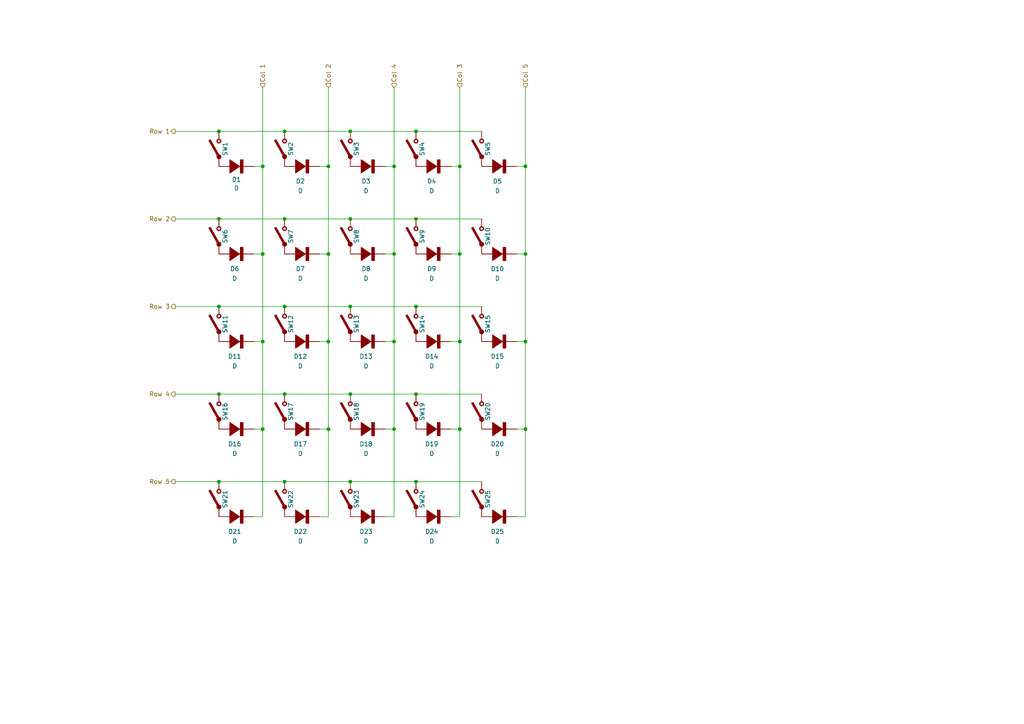
<source format=kicad_sch>
(kicad_sch (version 20250114) (generator "eeschema") (generator_version "9.0")
  (paper "A4")
  (lib_symbols
    (symbol "Custom:MX_Keyswitch" (pin_numbers (hide yes)) (pin_names (hide yes))
      (property "Reference" "SW" (at 1.778 0 90))
      (symbol "MX_Keyswitch_1_1"
        (polyline (pts (xy -2.8956 2.413) (xy -0.381 -2.0574) (xy 0.0254 -1.8288) (xy -2.4892 2.6416) (xy -2.8956 2.413)) (stroke (width 0.254)) (fill (type outline)))
        (circle (center 0 2.2606) (radius 0.5334) (stroke (width 0.3556)))
        (circle (center 0 -2.2606) (radius 0.5334) (stroke (width 0.3556)) (fill (type outline)))
        (pin passive line (at 0 5.08 270) (length 2.2352) (name "") (number "1"))
        (pin passive line (at 0 -5.08 90) (length 2.2352) (name "") (number "2"))
      )
    )
    (symbol "PCM_Elektuur:D" (pin_numbers (hide yes)) (pin_names (offset 0) (hide yes))
      (property "Reference" "D" (at 0.635 3.175 0))
      (property "Value" "${SIM.PARAMS}" (at 0.635 -3.175 0))
      (symbol "D_1_0"
        (pin passive line (at 0 5.08 270) (length 3.175) (name "A+") (number "2"))
        (pin passive line (at 0 -5.08 90) (length 3.175) (name "K-") (number "1"))
      )
      (symbol "D_1_1"
        (polyline (pts (xy -1.905 -1.905) (xy 1.905 -1.905) (xy 1.905 -1.143) (xy 0 -1.143) (xy 0 -0.889) (xy 1.905 1.905) (xy -1.905 1.905) (xy 0 -0.889) (xy 0 -1.143) (xy -1.905 -1.143) (xy -1.905 -1.905)) (stroke (width 0.254)) (fill (type outline)))
      )
      (symbol "D_1_2"
        (polyline (pts (xy -0.127 -1.905) (xy 1.905 -1.905) (xy 1.905 -1.143) (xy 0 -1.143) (xy 0 -0.889) (xy 1.905 1.905) (xy -0.0254 1.905) (xy -0.9652 0.5334) (xy 0 -0.889) (xy 0 -1.143) (xy -0.127 -1.143) (xy -0.127 -1.905)) (stroke (width 0.254)) (fill (type outline)))
      )
    )
  )
  (junction (at 63.5 114.3))
  (junction (at 95.25 48.26))
  (junction (at 82.55 63.5))
  (junction (at 95.25 73.66))
  (junction (at 63.5 38.1))
  (junction (at 152.4 99.06))
  (junction (at 76.2 73.66))
  (junction (at 101.6 63.5))
  (junction (at 63.5 63.5))
  (junction (at 114.3 124.46))
  (junction (at 120.65 88.9))
  (junction (at 133.35 99.06))
  (junction (at 120.65 139.7))
  (junction (at 133.35 73.66))
  (junction (at 152.4 48.26))
  (junction (at 152.4 124.46))
  (junction (at 133.35 124.46))
  (junction (at 82.55 139.7))
  (junction (at 101.6 88.9))
  (junction (at 95.25 99.06))
  (junction (at 120.65 63.5))
  (junction (at 82.55 88.9))
  (junction (at 114.3 99.06))
  (junction (at 152.4 73.66))
  (junction (at 76.2 124.46))
  (junction (at 101.6 38.1))
  (junction (at 63.5 139.7))
  (junction (at 95.25 124.46))
  (junction (at 82.55 38.1))
  (junction (at 76.2 48.26))
  (junction (at 82.55 114.3))
  (junction (at 101.6 114.3))
  (junction (at 76.2 99.06))
  (junction (at 101.6 139.7))
  (junction (at 63.5 88.9))
  (junction (at 133.35 48.26))
  (junction (at 120.65 114.3))
  (junction (at 114.3 48.26))
  (junction (at 120.65 38.1))
  (junction (at 114.3 73.66))
  (wire (pts (xy 95.25 73.66) (xy 92.71 73.66)))
  (wire (pts (xy 152.4 25.4) (xy 152.4 48.26)))
  (wire (pts (xy 120.65 114.3) (xy 101.6 114.3)))
  (wire (pts (xy 114.3 73.66) (xy 114.3 99.06)))
  (wire (pts (xy 120.65 139.7) (xy 139.7 139.7)))
  (wire (pts (xy 50.8 38.1) (xy 63.5 38.1)))
  (wire (pts (xy 149.86 73.66) (xy 152.4 73.66)))
  (wire (pts (xy 149.86 124.46) (xy 152.4 124.46)))
  (wire (pts (xy 63.5 139.7) (xy 82.55 139.7)))
  (wire (pts (xy 133.35 25.4) (xy 133.35 48.26)))
  (wire (pts (xy 114.3 149.86) (xy 111.76 149.86)))
  (wire (pts (xy 76.2 25.4) (xy 76.2 48.26)))
  (wire (pts (xy 50.8 139.7) (xy 63.5 139.7)))
  (wire (pts (xy 152.4 149.86) (xy 149.86 149.86)))
  (wire (pts (xy 101.6 139.7) (xy 120.65 139.7)))
  (wire (pts (xy 95.25 124.46) (xy 92.71 124.46)))
  (wire (pts (xy 76.2 149.86) (xy 73.66 149.86)))
  (wire (pts (xy 95.25 48.26) (xy 95.25 73.66)))
  (wire (pts (xy 120.65 38.1) (xy 101.6 38.1)))
  (wire (pts (xy 120.65 114.3) (xy 139.7 114.3)))
  (wire (pts (xy 133.35 124.46) (xy 130.81 124.46)))
  (wire (pts (xy 95.25 149.86) (xy 92.71 149.86)))
  (wire (pts (xy 152.4 48.26) (xy 152.4 73.66)))
  (wire (pts (xy 63.5 63.5) (xy 50.8 63.5)))
  (wire (pts (xy 95.25 99.06) (xy 95.25 124.46)))
  (wire (pts (xy 82.55 38.1) (xy 63.5 38.1)))
  (wire (pts (xy 95.25 124.46) (xy 95.25 149.86)))
  (wire (pts (xy 152.4 73.66) (xy 152.4 99.06)))
  (wire (pts (xy 95.25 48.26) (xy 92.71 48.26)))
  (wire (pts (xy 149.86 99.06) (xy 152.4 99.06)))
  (wire (pts (xy 76.2 99.06) (xy 76.2 124.46)))
  (wire (pts (xy 101.6 114.3) (xy 82.55 114.3)))
  (wire (pts (xy 76.2 48.26) (xy 73.66 48.26)))
  (wire (pts (xy 101.6 88.9) (xy 120.65 88.9)))
  (wire (pts (xy 133.35 73.66) (xy 133.35 99.06)))
  (wire (pts (xy 95.25 99.06) (xy 92.71 99.06)))
  (wire (pts (xy 63.5 88.9) (xy 82.55 88.9)))
  (wire (pts (xy 95.25 73.66) (xy 95.25 99.06)))
  (wire (pts (xy 114.3 73.66) (xy 111.76 73.66)))
  (wire (pts (xy 82.55 63.5) (xy 63.5 63.5)))
  (wire (pts (xy 114.3 124.46) (xy 111.76 124.46)))
  (wire (pts (xy 133.35 99.06) (xy 130.81 99.06)))
  (wire (pts (xy 76.2 124.46) (xy 76.2 149.86)))
  (wire (pts (xy 120.65 63.5) (xy 139.7 63.5)))
  (wire (pts (xy 114.3 99.06) (xy 111.76 99.06)))
  (wire (pts (xy 114.3 48.26) (xy 111.76 48.26)))
  (wire (pts (xy 120.65 38.1) (xy 139.7 38.1)))
  (wire (pts (xy 101.6 38.1) (xy 82.55 38.1)))
  (wire (pts (xy 120.65 63.5) (xy 101.6 63.5)))
  (wire (pts (xy 133.35 73.66) (xy 130.81 73.66)))
  (wire (pts (xy 76.2 48.26) (xy 76.2 73.66)))
  (wire (pts (xy 133.35 48.26) (xy 133.35 73.66)))
  (wire (pts (xy 82.55 139.7) (xy 101.6 139.7)))
  (wire (pts (xy 133.35 124.46) (xy 133.35 149.86)))
  (wire (pts (xy 101.6 63.5) (xy 82.55 63.5)))
  (wire (pts (xy 50.8 88.9) (xy 63.5 88.9)))
  (wire (pts (xy 114.3 99.06) (xy 114.3 124.46)))
  (wire (pts (xy 76.2 73.66) (xy 73.66 73.66)))
  (wire (pts (xy 63.5 114.3) (xy 50.8 114.3)))
  (wire (pts (xy 82.55 88.9) (xy 101.6 88.9)))
  (wire (pts (xy 76.2 124.46) (xy 73.66 124.46)))
  (wire (pts (xy 114.3 124.46) (xy 114.3 149.86)))
  (wire (pts (xy 114.3 48.26) (xy 114.3 73.66)))
  (wire (pts (xy 133.35 99.06) (xy 133.35 124.46)))
  (wire (pts (xy 114.3 25.4) (xy 114.3 48.26)))
  (wire (pts (xy 152.4 48.26) (xy 149.86 48.26)))
  (wire (pts (xy 133.35 149.86) (xy 130.81 149.86)))
  (wire (pts (xy 76.2 99.06) (xy 73.66 99.06)))
  (wire (pts (xy 120.65 88.9) (xy 139.7 88.9)))
  (wire (pts (xy 152.4 124.46) (xy 152.4 149.86)))
  (wire (pts (xy 82.55 114.3) (xy 63.5 114.3)))
  (wire (pts (xy 152.4 99.06) (xy 152.4 124.46)))
  (wire (pts (xy 133.35 48.26) (xy 130.81 48.26)))
  (wire (pts (xy 95.25 25.4) (xy 95.25 48.26)))
  (wire (pts (xy 76.2 73.66) (xy 76.2 99.06)))
  (hierarchical_label "Col 4" (shape input) (at 114.3 25.4 90))
  (hierarchical_label "Col 3" (shape input) (at 133.35 25.4 90))
  (hierarchical_label "Col 2" (shape input) (at 95.25 25.4 90))
  (hierarchical_label "Row 3" (shape output) (at 50.8 88.9 180))
  (hierarchical_label "Row 2" (shape output) (at 50.8 63.5 180))
  (hierarchical_label "Row 1" (shape output) (at 50.8 38.1 180))
  (hierarchical_label "Row 5" (shape output) (at 50.8 139.7 180))
  (hierarchical_label "Row 4" (shape output) (at 50.8 114.3 180))
  (hierarchical_label "Col 1" (shape input) (at 76.2 25.4 90))
  (hierarchical_label "Col 5" (shape input) (at 152.4 25.4 90))
  (symbol (lib_id "Custom:MX_Keyswitch") (at 63.5 93.98 0) (unit 1)
    (property "Reference" "SW11" (at 65.278 93.98 90))
    (property "Value" "Switch" (effects (hide yes)))
    (property "Footprint" "PCM_Switch_Keyboard_Hotswap_Kailh:SW_Hotswap_Kailh_MX_1.00u" (effects (hide yes)))
    (property "Datasheet" "kicad-embed://MX Series.pdf" (effects (hide yes)))
  )
  (symbol (lib_id "Custom:MX_Keyswitch") (at 63.5 68.58 0) (unit 1)
    (property "Reference" "SW6" (at 65.278 68.58 90))
    (property "Value" "Switch" (effects (hide yes)))
    (property "Footprint" "PCM_Switch_Keyboard_Hotswap_Kailh:SW_Hotswap_Kailh_MX_1.00u" (effects (hide yes)))
    (property "Datasheet" "kicad-embed://MX Series.pdf" (effects (hide yes)))
  )
  (symbol (lib_id "PCM_Elektuur:D") (at 87.63 48.26 90) (unit 1)
    (property "Reference" "D2" (at 87.122 52.578 90))
    (property "Value" "D" (at 87.122 55.372 90))
    (property "Footprint" "Keebio-Parts.pretty-master:Diode-dual" (effects (hide yes)))
    (property "Description" "semiconductor diode" (effects (hide yes)))
    (property "Sim.Pins" "2=1 1=2" (effects (hide yes)))
    (property "Sim.Device" "SPICE" (effects (hide yes)))
    (property "Sim.Params" "type=\"\" model=\"D\" lib=\"semiconductor.lib\"" (effects (hide yes)))
    (property "Rating" "V/A" (effects (hide yes)))
  )
  (symbol (lib_id "Custom:MX_Keyswitch") (at 101.6 119.38 0) (unit 1)
    (property "Reference" "SW18" (at 103.378 119.38 90))
    (property "Value" "Switch" (effects (hide yes)))
    (property "Footprint" "PCM_Switch_Keyboard_Hotswap_Kailh:SW_Hotswap_Kailh_MX_1.00u" (effects (hide yes)))
    (property "Datasheet" "kicad-embed://MX Series.pdf" (effects (hide yes)))
  )
  (symbol (lib_id "PCM_Elektuur:D") (at 144.78 48.26 90) (unit 1)
    (property "Reference" "D5" (at 144.272 52.578 90))
    (property "Value" "D" (at 144.272 55.372 90))
    (property "Footprint" "Keebio-Parts.pretty-master:Diode-dual" (effects (hide yes)))
    (property "Description" "semiconductor diode" (effects (hide yes)))
    (property "Sim.Pins" "2=1 1=2" (effects (hide yes)))
    (property "Sim.Device" "SPICE" (effects (hide yes)))
    (property "Sim.Params" "type=\"\" model=\"D\" lib=\"semiconductor.lib\"" (effects (hide yes)))
    (property "Rating" "V/A" (effects (hide yes)))
  )
  (symbol (lib_id "Custom:MX_Keyswitch") (at 82.55 119.38 0) (unit 1)
    (property "Reference" "SW17" (at 84.328 119.38 90))
    (property "Value" "Switch" (effects (hide yes)))
    (property "Footprint" "PCM_Switch_Keyboard_Hotswap_Kailh:SW_Hotswap_Kailh_MX_1.00u" (effects (hide yes)))
    (property "Datasheet" "kicad-embed://MX Series.pdf" (effects (hide yes)))
  )
  (symbol (lib_id "PCM_Elektuur:D") (at 144.78 124.46 90) (unit 1)
    (property "Reference" "D20" (at 144.272 128.778 90))
    (property "Value" "D" (at 144.272 131.572 90))
    (property "Footprint" "Keebio-Parts.pretty-master:Diode-dual" (effects (hide yes)))
    (property "Description" "semiconductor diode" (effects (hide yes)))
    (property "Sim.Pins" "2=1 1=2" (effects (hide yes)))
    (property "Sim.Device" "SPICE" (effects (hide yes)))
    (property "Sim.Params" "type=\"\" model=\"D\" lib=\"semiconductor.lib\"" (effects (hide yes)))
    (property "Rating" "V/A" (effects (hide yes)))
  )
  (symbol (lib_id "PCM_Elektuur:D") (at 125.73 124.46 90) (unit 1)
    (property "Reference" "D19" (at 125.222 128.778 90))
    (property "Value" "D" (at 125.222 131.572 90))
    (property "Footprint" "Keebio-Parts.pretty-master:Diode-dual" (effects (hide yes)))
    (property "Description" "semiconductor diode" (effects (hide yes)))
    (property "Sim.Pins" "2=1 1=2" (effects (hide yes)))
    (property "Sim.Device" "SPICE" (effects (hide yes)))
    (property "Sim.Params" "type=\"\" model=\"D\" lib=\"semiconductor.lib\"" (effects (hide yes)))
    (property "Rating" "V/A" (effects (hide yes)))
  )
  (symbol (lib_id "PCM_Elektuur:D") (at 68.58 124.46 90) (unit 1)
    (property "Reference" "D16" (at 68.072 128.778 90))
    (property "Value" "D" (at 68.072 131.572 90))
    (property "Footprint" "Keebio-Parts.pretty-master:Diode-dual" (effects (hide yes)))
    (property "Description" "semiconductor diode" (effects (hide yes)))
    (property "Sim.Pins" "2=1 1=2" (effects (hide yes)))
    (property "Sim.Device" "SPICE" (effects (hide yes)))
    (property "Sim.Params" "type=\"\" model=\"D\" lib=\"semiconductor.lib\"" (effects (hide yes)))
    (property "Rating" "V/A" (effects (hide yes)))
  )
  (symbol (lib_id "PCM_Elektuur:D") (at 87.63 99.06 90) (unit 1)
    (property "Reference" "D12" (at 87.122 103.378 90))
    (property "Value" "D" (at 87.122 106.172 90))
    (property "Footprint" "Keebio-Parts.pretty-master:Diode-dual" (effects (hide yes)))
    (property "Description" "semiconductor diode" (effects (hide yes)))
    (property "Sim.Pins" "2=1 1=2" (effects (hide yes)))
    (property "Sim.Device" "SPICE" (effects (hide yes)))
    (property "Sim.Params" "type=\"\" model=\"D\" lib=\"semiconductor.lib\"" (effects (hide yes)))
    (property "Rating" "V/A" (effects (hide yes)))
  )
  (symbol (lib_id "Custom:MX_Keyswitch") (at 101.6 144.78 0) (unit 1)
    (property "Reference" "SW23" (at 103.378 144.78 90))
    (property "Value" "Switch" (effects (hide yes)))
    (property "Footprint" "PCM_Switch_Keyboard_Hotswap_Kailh:SW_Hotswap_Kailh_MX_1.00u" (effects (hide yes)))
    (property "Datasheet" "kicad-embed://MX Series.pdf" (effects (hide yes)))
  )
  (symbol (lib_id "Custom:MX_Keyswitch") (at 82.55 43.18 0) (unit 1)
    (property "Reference" "SW2" (at 84.328 43.18 90))
    (property "Value" "Switch" (effects (hide yes)))
    (property "Footprint" "PCM_Switch_Keyboard_Hotswap_Kailh:SW_Hotswap_Kailh_MX_1.00u" (effects (hide yes)))
    (property "Datasheet" "kicad-embed://MX Series.pdf" (effects (hide yes)))
  )
  (symbol (lib_id "Custom:MX_Keyswitch") (at 120.65 144.78 0) (unit 1)
    (property "Reference" "SW24" (at 122.428 144.78 90))
    (property "Value" "Switch" (effects (hide yes)))
    (property "Footprint" "PCM_Switch_Keyboard_Hotswap_Kailh:SW_Hotswap_Kailh_MX_1.00u" (effects (hide yes)))
    (property "Datasheet" "kicad-embed://MX Series.pdf" (effects (hide yes)))
  )
  (symbol (lib_id "Custom:MX_Keyswitch") (at 139.7 119.38 0) (unit 1)
    (property "Reference" "SW20" (at 141.478 119.38 90))
    (property "Value" "Switch" (effects (hide yes)))
    (property "Footprint" "PCM_Switch_Keyboard_Hotswap_Kailh:SW_Hotswap_Kailh_MX_1.00u" (effects (hide yes)))
    (property "Datasheet" "kicad-embed://MX Series.pdf" (effects (hide yes)))
  )
  (symbol (lib_id "Custom:MX_Keyswitch") (at 120.65 68.58 0) (unit 1)
    (property "Reference" "SW9" (at 122.428 68.58 90))
    (property "Value" "Switch" (effects (hide yes)))
    (property "Footprint" "PCM_Switch_Keyboard_Hotswap_Kailh:SW_Hotswap_Kailh_MX_1.00u" (effects (hide yes)))
    (property "Datasheet" "kicad-embed://MX Series.pdf" (effects (hide yes)))
  )
  (symbol (lib_id "Custom:MX_Keyswitch") (at 63.5 43.18 0) (unit 1)
    (property "Reference" "SW1" (at 65.278 43.18 90))
    (property "Value" "Switch" (effects (hide yes)))
    (property "Footprint" "PCM_Switch_Keyboard_Hotswap_Kailh:SW_Hotswap_Kailh_MX_1.00u" (effects (hide yes)))
    (property "Datasheet" "kicad-embed://MX Series.pdf" (effects (hide yes)))
  )
  (symbol (lib_id "Custom:MX_Keyswitch") (at 63.5 144.78 0) (unit 1)
    (property "Reference" "SW21" (at 65.278 144.78 90))
    (property "Value" "Switch" (effects (hide yes)))
    (property "Footprint" "PCM_Switch_Keyboard_Hotswap_Kailh:SW_Hotswap_Kailh_MX_1.00u" (effects (hide yes)))
    (property "Datasheet" "kicad-embed://MX Series.pdf" (effects (hide yes)))
  )
  (symbol (lib_id "Custom:MX_Keyswitch") (at 139.7 93.98 0) (unit 1)
    (property "Reference" "SW15" (at 141.478 93.98 90))
    (property "Value" "Switch" (effects (hide yes)))
    (property "Footprint" "PCM_Switch_Keyboard_Hotswap_Kailh:SW_Hotswap_Kailh_MX_1.00u" (effects (hide yes)))
    (property "Datasheet" "kicad-embed://MX Series.pdf" (effects (hide yes)))
  )
  (symbol (lib_id "Custom:MX_Keyswitch") (at 120.65 119.38 0) (unit 1)
    (property "Reference" "SW19" (at 122.428 119.38 90))
    (property "Value" "Switch" (effects (hide yes)))
    (property "Footprint" "PCM_Switch_Keyboard_Hotswap_Kailh:SW_Hotswap_Kailh_MX_1.00u" (effects (hide yes)))
    (property "Datasheet" "kicad-embed://MX Series.pdf" (effects (hide yes)))
  )
  (symbol (lib_id "Custom:MX_Keyswitch") (at 82.55 93.98 0) (unit 1)
    (property "Reference" "SW12" (at 84.328 93.98 90))
    (property "Value" "Switch" (effects (hide yes)))
    (property "Footprint" "PCM_Switch_Keyboard_Hotswap_Kailh:SW_Hotswap_Kailh_MX_1.00u" (effects (hide yes)))
    (property "Datasheet" "kicad-embed://MX Series.pdf" (effects (hide yes)))
  )
  (symbol (lib_id "PCM_Elektuur:D") (at 106.68 73.66 90) (unit 1)
    (property "Reference" "D8" (at 106.172 77.978 90))
    (property "Value" "D" (at 106.172 80.772 90))
    (property "Footprint" "Keebio-Parts.pretty-master:Diode-dual" (effects (hide yes)))
    (property "Description" "semiconductor diode" (effects (hide yes)))
    (property "Sim.Pins" "2=1 1=2" (effects (hide yes)))
    (property "Sim.Device" "SPICE" (effects (hide yes)))
    (property "Sim.Params" "type=\"\" model=\"D\" lib=\"semiconductor.lib\"" (effects (hide yes)))
    (property "Rating" "V/A" (effects (hide yes)))
  )
  (symbol (lib_id "PCM_Elektuur:D") (at 125.73 48.26 90) (unit 1)
    (property "Reference" "D4" (at 125.222 52.578 90))
    (property "Value" "D" (at 125.222 55.372 90))
    (property "Footprint" "Keebio-Parts.pretty-master:Diode-dual" (effects (hide yes)))
    (property "Description" "semiconductor diode" (effects (hide yes)))
    (property "Sim.Pins" "2=1 1=2" (effects (hide yes)))
    (property "Sim.Device" "SPICE" (effects (hide yes)))
    (property "Sim.Params" "type=\"\" model=\"D\" lib=\"semiconductor.lib\"" (effects (hide yes)))
    (property "Rating" "V/A" (effects (hide yes)))
  )
  (symbol (lib_id "PCM_Elektuur:D") (at 125.73 73.66 90) (unit 1)
    (property "Reference" "D9" (at 125.222 77.978 90))
    (property "Value" "D" (at 125.222 80.772 90))
    (property "Footprint" "Keebio-Parts.pretty-master:Diode-dual" (effects (hide yes)))
    (property "Description" "semiconductor diode" (effects (hide yes)))
    (property "Sim.Pins" "2=1 1=2" (effects (hide yes)))
    (property "Sim.Device" "SPICE" (effects (hide yes)))
    (property "Sim.Params" "type=\"\" model=\"D\" lib=\"semiconductor.lib\"" (effects (hide yes)))
    (property "Rating" "V/A" (effects (hide yes)))
  )
  (symbol (lib_id "Custom:MX_Keyswitch") (at 82.55 68.58 0) (unit 1)
    (property "Reference" "SW7" (at 84.328 68.58 90))
    (property "Value" "Switch" (effects (hide yes)))
    (property "Footprint" "PCM_Switch_Keyboard_Hotswap_Kailh:SW_Hotswap_Kailh_MX_1.00u" (effects (hide yes)))
    (property "Datasheet" "kicad-embed://MX Series.pdf" (effects (hide yes)))
  )
  (symbol (lib_id "PCM_Elektuur:D") (at 144.78 73.66 90) (unit 1)
    (property "Reference" "D10" (at 144.272 77.978 90))
    (property "Value" "D" (at 144.272 80.772 90))
    (property "Footprint" "Keebio-Parts.pretty-master:Diode-dual" (effects (hide yes)))
    (property "Description" "semiconductor diode" (effects (hide yes)))
    (property "Sim.Pins" "2=1 1=2" (effects (hide yes)))
    (property "Sim.Device" "SPICE" (effects (hide yes)))
    (property "Sim.Params" "type=\"\" model=\"D\" lib=\"semiconductor.lib\"" (effects (hide yes)))
    (property "Rating" "V/A" (effects (hide yes)))
  )
  (symbol (lib_id "PCM_Elektuur:D") (at 87.63 149.86 90) (unit 1)
    (property "Reference" "D22" (at 87.122 154.178 90))
    (property "Value" "D" (at 87.122 156.972 90))
    (property "Footprint" "Keebio-Parts.pretty-master:Diode-dual" (effects (hide yes)))
    (property "Description" "semiconductor diode" (effects (hide yes)))
    (property "Sim.Pins" "2=1 1=2" (effects (hide yes)))
    (property "Sim.Device" "SPICE" (effects (hide yes)))
    (property "Sim.Params" "type=\"\" model=\"D\" lib=\"semiconductor.lib\"" (effects (hide yes)))
    (property "Rating" "V/A" (effects (hide yes)))
  )
  (symbol (lib_id "Custom:MX_Keyswitch") (at 139.7 144.78 0) (unit 1)
    (property "Reference" "SW25" (at 141.478 144.78 90))
    (property "Value" "Switch" (effects (hide yes)))
    (property "Footprint" "PCM_Switch_Keyboard_Hotswap_Kailh:SW_Hotswap_Kailh_MX_1.00u" (effects (hide yes)))
    (property "Datasheet" "kicad-embed://MX Series.pdf" (effects (hide yes)))
  )
  (symbol (lib_id "PCM_Elektuur:D") (at 68.58 149.86 90) (unit 1)
    (property "Reference" "D21" (at 68.072 154.178 90))
    (property "Value" "D" (at 68.072 156.972 90))
    (property "Footprint" "Keebio-Parts.pretty-master:Diode-dual" (effects (hide yes)))
    (property "Description" "semiconductor diode" (effects (hide yes)))
    (property "Sim.Pins" "2=1 1=2" (effects (hide yes)))
    (property "Sim.Device" "SPICE" (effects (hide yes)))
    (property "Sim.Params" "type=\"\" model=\"D\" lib=\"semiconductor.lib\"" (effects (hide yes)))
    (property "Rating" "V/A" (effects (hide yes)))
  )
  (symbol (lib_id "PCM_Elektuur:D") (at 144.78 149.86 90) (unit 1)
    (property "Reference" "D25" (at 144.272 154.178 90))
    (property "Value" "D" (at 144.272 156.972 90))
    (property "Footprint" "Keebio-Parts.pretty-master:Diode-dual" (effects (hide yes)))
    (property "Description" "semiconductor diode" (effects (hide yes)))
    (property "Sim.Pins" "2=1 1=2" (effects (hide yes)))
    (property "Sim.Device" "SPICE" (effects (hide yes)))
    (property "Sim.Params" "type=\"\" model=\"D\" lib=\"semiconductor.lib\"" (effects (hide yes)))
    (property "Rating" "V/A" (effects (hide yes)))
  )
  (symbol (lib_id "Custom:MX_Keyswitch") (at 101.6 68.58 0) (unit 1)
    (property "Reference" "SW8" (at 103.378 68.58 90))
    (property "Value" "Switch" (effects (hide yes)))
    (property "Footprint" "PCM_Switch_Keyboard_Hotswap_Kailh:SW_Hotswap_Kailh_MX_1.00u" (effects (hide yes)))
    (property "Datasheet" "kicad-embed://MX Series.pdf" (effects (hide yes)))
  )
  (symbol (lib_id "PCM_Elektuur:D") (at 144.78 99.06 90) (unit 1)
    (property "Reference" "D15" (at 144.272 103.378 90))
    (property "Value" "D" (at 144.272 106.172 90))
    (property "Footprint" "Keebio-Parts.pretty-master:Diode-dual" (effects (hide yes)))
    (property "Description" "semiconductor diode" (effects (hide yes)))
    (property "Sim.Pins" "2=1 1=2" (effects (hide yes)))
    (property "Sim.Device" "SPICE" (effects (hide yes)))
    (property "Sim.Params" "type=\"\" model=\"D\" lib=\"semiconductor.lib\"" (effects (hide yes)))
    (property "Rating" "V/A" (effects (hide yes)))
  )
  (symbol (lib_id "PCM_Elektuur:D") (at 68.58 99.06 90) (unit 1)
    (property "Reference" "D11" (at 68.072 103.378 90))
    (property "Value" "D" (at 68.072 106.172 90))
    (property "Footprint" "Keebio-Parts.pretty-master:Diode-dual" (effects (hide yes)))
    (property "Description" "semiconductor diode" (effects (hide yes)))
    (property "Sim.Pins" "2=1 1=2" (effects (hide yes)))
    (property "Sim.Device" "SPICE" (effects (hide yes)))
    (property "Sim.Params" "type=\"\" model=\"D\" lib=\"semiconductor.lib\"" (effects (hide yes)))
    (property "Rating" "V/A" (effects (hide yes)))
  )
  (symbol (lib_id "PCM_Elektuur:D") (at 68.58 48.26 90) (unit 1)
    (property "Reference" "D1" (at 68.58 52.07 90))
    (property "Value" "D" (at 68.58 54.61 90))
    (property "Footprint" "Keebio-Parts.pretty-master:Diode-dual" (effects (hide yes)))
    (property "Description" "semiconductor diode" (effects (hide yes)))
    (property "Sim.Pins" "2=1 1=2" (effects (hide yes)))
    (property "Sim.Device" "SPICE" (effects (hide yes)))
    (property "Sim.Params" "type=\"\" model=\"D\" lib=\"semiconductor.lib\"" (effects (hide yes)))
    (property "Rating" "V/A" (effects (hide yes)))
  )
  (symbol (lib_id "Custom:MX_Keyswitch") (at 120.65 93.98 0) (unit 1)
    (property "Reference" "SW14" (at 122.428 93.98 90))
    (property "Value" "Switch" (effects (hide yes)))
    (property "Footprint" "PCM_Switch_Keyboard_Hotswap_Kailh:SW_Hotswap_Kailh_MX_1.00u" (effects (hide yes)))
    (property "Datasheet" "kicad-embed://MX Series.pdf" (effects (hide yes)))
  )
  (symbol (lib_id "Custom:MX_Keyswitch") (at 63.5 119.38 0) (unit 1)
    (property "Reference" "SW16" (at 65.278 119.38 90))
    (property "Value" "Switch" (effects (hide yes)))
    (property "Footprint" "PCM_Switch_Keyboard_Hotswap_Kailh:SW_Hotswap_Kailh_MX_1.00u" (effects (hide yes)))
    (property "Datasheet" "kicad-embed://MX Series.pdf" (effects (hide yes)))
  )
  (symbol (lib_id "PCM_Elektuur:D") (at 106.68 149.86 90) (unit 1)
    (property "Reference" "D23" (at 106.172 154.178 90))
    (property "Value" "D" (at 106.172 156.972 90))
    (property "Footprint" "Keebio-Parts.pretty-master:Diode-dual" (effects (hide yes)))
    (property "Description" "semiconductor diode" (effects (hide yes)))
    (property "Sim.Pins" "2=1 1=2" (effects (hide yes)))
    (property "Sim.Device" "SPICE" (effects (hide yes)))
    (property "Sim.Params" "type=\"\" model=\"D\" lib=\"semiconductor.lib\"" (effects (hide yes)))
    (property "Rating" "V/A" (effects (hide yes)))
  )
  (symbol (lib_id "PCM_Elektuur:D") (at 68.58 73.66 90) (unit 1)
    (property "Reference" "D6" (at 68.072 77.978 90))
    (property "Value" "D" (at 68.072 80.772 90))
    (property "Footprint" "Keebio-Parts.pretty-master:Diode-dual" (effects (hide yes)))
    (property "Description" "semiconductor diode" (effects (hide yes)))
    (property "Sim.Pins" "2=1 1=2" (effects (hide yes)))
    (property "Sim.Device" "SPICE" (effects (hide yes)))
    (property "Sim.Params" "type=\"\" model=\"D\" lib=\"semiconductor.lib\"" (effects (hide yes)))
    (property "Rating" "V/A" (effects (hide yes)))
  )
  (symbol (lib_id "Custom:MX_Keyswitch") (at 139.7 68.58 0) (unit 1)
    (property "Reference" "SW10" (at 141.478 68.58 90))
    (property "Value" "Switch" (effects (hide yes)))
    (property "Footprint" "PCM_Switch_Keyboard_Hotswap_Kailh:SW_Hotswap_Kailh_MX_1.00u" (effects (hide yes)))
    (property "Datasheet" "kicad-embed://MX Series.pdf" (effects (hide yes)))
  )
  (symbol (lib_id "Custom:MX_Keyswitch") (at 120.65 43.18 0) (unit 1)
    (property "Reference" "SW4" (at 122.428 43.18 90))
    (property "Value" "Switch" (effects (hide yes)))
    (property "Footprint" "PCM_Switch_Keyboard_Hotswap_Kailh:SW_Hotswap_Kailh_MX_1.00u" (effects (hide yes)))
    (property "Datasheet" "kicad-embed://MX Series.pdf" (effects (hide yes)))
  )
  (symbol (lib_id "Custom:MX_Keyswitch") (at 101.6 43.18 0) (unit 1)
    (property "Reference" "SW3" (at 103.378 43.18 90))
    (property "Value" "Switch" (effects (hide yes)))
    (property "Footprint" "PCM_Switch_Keyboard_Hotswap_Kailh:SW_Hotswap_Kailh_MX_1.00u" (effects (hide yes)))
    (property "Datasheet" "kicad-embed://MX Series.pdf" (effects (hide yes)))
  )
  (symbol (lib_id "PCM_Elektuur:D") (at 106.68 99.06 90) (unit 1)
    (property "Reference" "D13" (at 106.172 103.378 90))
    (property "Value" "D" (at 106.172 106.172 90))
    (property "Footprint" "Keebio-Parts.pretty-master:Diode-dual" (effects (hide yes)))
    (property "Description" "semiconductor diode" (effects (hide yes)))
    (property "Sim.Pins" "2=1 1=2" (effects (hide yes)))
    (property "Sim.Device" "SPICE" (effects (hide yes)))
    (property "Sim.Params" "type=\"\" model=\"D\" lib=\"semiconductor.lib\"" (effects (hide yes)))
    (property "Rating" "V/A" (effects (hide yes)))
  )
  (symbol (lib_id "PCM_Elektuur:D") (at 125.73 99.06 90) (unit 1)
    (property "Reference" "D14" (at 125.222 103.378 90))
    (property "Value" "D" (at 125.222 106.172 90))
    (property "Footprint" "Keebio-Parts.pretty-master:Diode-dual" (effects (hide yes)))
    (property "Description" "semiconductor diode" (effects (hide yes)))
    (property "Sim.Pins" "2=1 1=2" (effects (hide yes)))
    (property "Sim.Device" "SPICE" (effects (hide yes)))
    (property "Sim.Params" "type=\"\" model=\"D\" lib=\"semiconductor.lib\"" (effects (hide yes)))
    (property "Rating" "V/A" (effects (hide yes)))
  )
  (symbol (lib_id "PCM_Elektuur:D") (at 125.73 149.86 90) (unit 1)
    (property "Reference" "D24" (at 125.222 154.178 90))
    (property "Value" "D" (at 125.222 156.972 90))
    (property "Footprint" "Keebio-Parts.pretty-master:Diode-dual" (effects (hide yes)))
    (property "Description" "semiconductor diode" (effects (hide yes)))
    (property "Sim.Pins" "2=1 1=2" (effects (hide yes)))
    (property "Sim.Device" "SPICE" (effects (hide yes)))
    (property "Sim.Params" "type=\"\" model=\"D\" lib=\"semiconductor.lib\"" (effects (hide yes)))
    (property "Rating" "V/A" (effects (hide yes)))
  )
  (symbol (lib_id "Custom:MX_Keyswitch") (at 139.7 43.18 0) (unit 1)
    (property "Reference" "SW5" (at 141.478 43.18 90))
    (property "Value" "Switch" (effects (hide yes)))
    (property "Footprint" "PCM_Switch_Keyboard_Hotswap_Kailh:SW_Hotswap_Kailh_MX_1.00u" (effects (hide yes)))
    (property "Datasheet" "kicad-embed://MX Series.pdf" (effects (hide yes)))
  )
  (symbol (lib_id "PCM_Elektuur:D") (at 87.63 124.46 90) (unit 1)
    (property "Reference" "D17" (at 87.122 128.778 90))
    (property "Value" "D" (at 87.122 131.572 90))
    (property "Footprint" "Keebio-Parts.pretty-master:Diode-dual" (effects (hide yes)))
    (property "Description" "semiconductor diode" (effects (hide yes)))
    (property "Sim.Pins" "2=1 1=2" (effects (hide yes)))
    (property "Sim.Device" "SPICE" (effects (hide yes)))
    (property "Sim.Params" "type=\"\" model=\"D\" lib=\"semiconductor.lib\"" (effects (hide yes)))
    (property "Rating" "V/A" (effects (hide yes)))
  )
  (symbol (lib_id "Custom:MX_Keyswitch") (at 82.55 144.78 0) (unit 1)
    (property "Reference" "SW22" (at 84.328 144.78 90))
    (property "Value" "Switch" (effects (hide yes)))
    (property "Footprint" "PCM_Switch_Keyboard_Hotswap_Kailh:SW_Hotswap_Kailh_MX_1.00u" (effects (hide yes)))
    (property "Datasheet" "kicad-embed://MX Series.pdf" (effects (hide yes)))
  )
  (symbol (lib_id "PCM_Elektuur:D") (at 106.68 124.46 90) (unit 1)
    (property "Reference" "D18" (at 106.172 128.778 90))
    (property "Value" "D" (at 106.172 131.572 90))
    (property "Footprint" "Keebio-Parts.pretty-master:Diode-dual" (effects (hide yes)))
    (property "Description" "semiconductor diode" (effects (hide yes)))
    (property "Sim.Pins" "2=1 1=2" (effects (hide yes)))
    (property "Sim.Device" "SPICE" (effects (hide yes)))
    (property "Sim.Params" "type=\"\" model=\"D\" lib=\"semiconductor.lib\"" (effects (hide yes)))
    (property "Rating" "V/A" (effects (hide yes)))
  )
  (symbol (lib_id "PCM_Elektuur:D") (at 106.68 48.26 90) (unit 1)
    (property "Reference" "D3" (at 106.172 52.578 90))
    (property "Value" "D" (at 106.172 55.372 90))
    (property "Footprint" "Keebio-Parts.pretty-master:Diode-dual" (effects (hide yes)))
    (property "Description" "semiconductor diode" (effects (hide yes)))
    (property "Sim.Pins" "2=1 1=2" (effects (hide yes)))
    (property "Sim.Device" "SPICE" (effects (hide yes)))
    (property "Sim.Params" "type=\"\" model=\"D\" lib=\"semiconductor.lib\"" (effects (hide yes)))
    (property "Rating" "V/A" (effects (hide yes)))
  )
  (symbol (lib_id "PCM_Elektuur:D") (at 87.63 73.66 90) (unit 1)
    (property "Reference" "D7" (at 87.122 77.978 90))
    (property "Value" "D" (at 87.122 80.772 90))
    (property "Footprint" "Keebio-Parts.pretty-master:Diode-dual" (effects (hide yes)))
    (property "Description" "semiconductor diode" (effects (hide yes)))
    (property "Sim.Pins" "2=1 1=2" (effects (hide yes)))
    (property "Sim.Device" "SPICE" (effects (hide yes)))
    (property "Sim.Params" "type=\"\" model=\"D\" lib=\"semiconductor.lib\"" (effects (hide yes)))
    (property "Rating" "V/A" (effects (hide yes)))
  )
  (symbol (lib_id "Custom:MX_Keyswitch") (at 101.6 93.98 0) (unit 1)
    (property "Reference" "SW13" (at 103.378 93.98 90))
    (property "Value" "Switch" (effects (hide yes)))
    (property "Footprint" "PCM_Switch_Keyboard_Hotswap_Kailh:SW_Hotswap_Kailh_MX_1.00u" (effects (hide yes)))
    (property "Datasheet" "kicad-embed://MX Series.pdf" (effects (hide yes)))
  )
)
</source>
